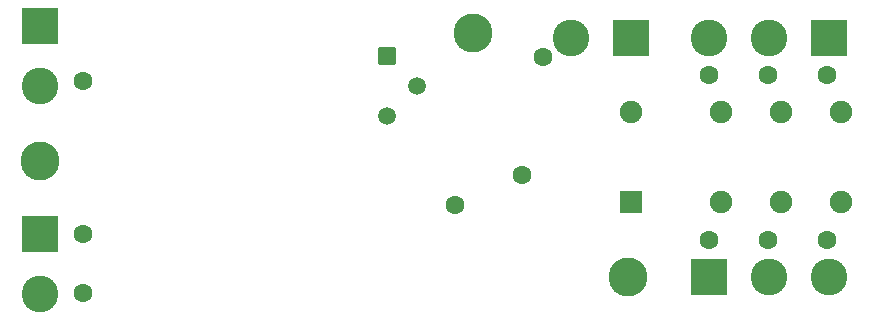
<source format=gbs>
G04 #@! TF.GenerationSoftware,KiCad,Pcbnew,6.0.9-8da3e8f707~116~ubuntu20.04.1*
G04 #@! TF.CreationDate,2023-03-26T14:48:38+00:00*
G04 #@! TF.ProjectId,LEC000042,4c454330-3030-4303-9432-2e6b69636164,rev?*
G04 #@! TF.SameCoordinates,Original*
G04 #@! TF.FileFunction,Soldermask,Bot*
G04 #@! TF.FilePolarity,Negative*
%FSLAX46Y46*%
G04 Gerber Fmt 4.6, Leading zero omitted, Abs format (unit mm)*
G04 Created by KiCad (PCBNEW 6.0.9-8da3e8f707~116~ubuntu20.04.1) date 2023-03-26 14:48:38*
%MOMM*%
%LPD*%
G01*
G04 APERTURE LIST*
G04 Aperture macros list*
%AMRoundRect*
0 Rectangle with rounded corners*
0 $1 Rounding radius*
0 $2 $3 $4 $5 $6 $7 $8 $9 X,Y pos of 4 corners*
0 Add a 4 corners polygon primitive as box body*
4,1,4,$2,$3,$4,$5,$6,$7,$8,$9,$2,$3,0*
0 Add four circle primitives for the rounded corners*
1,1,$1+$1,$2,$3*
1,1,$1+$1,$4,$5*
1,1,$1+$1,$6,$7*
1,1,$1+$1,$8,$9*
0 Add four rect primitives between the rounded corners*
20,1,$1+$1,$2,$3,$4,$5,0*
20,1,$1+$1,$4,$5,$6,$7,0*
20,1,$1+$1,$6,$7,$8,$9,0*
20,1,$1+$1,$8,$9,$2,$3,0*%
G04 Aperture macros list end*
%ADD10RoundRect,0.051000X1.500000X1.500000X-1.500000X1.500000X-1.500000X-1.500000X1.500000X-1.500000X0*%
%ADD11C,3.102000*%
%ADD12RoundRect,0.051000X-1.500000X1.500000X-1.500000X-1.500000X1.500000X-1.500000X1.500000X1.500000X0*%
%ADD13RoundRect,0.051000X-1.500000X-1.500000X1.500000X-1.500000X1.500000X1.500000X-1.500000X1.500000X0*%
%ADD14C,1.902000*%
%ADD15RoundRect,0.051000X0.900000X-0.900000X0.900000X0.900000X-0.900000X0.900000X-0.900000X-0.900000X0*%
%ADD16C,3.302000*%
%ADD17RoundRect,0.051000X-0.700000X0.700000X-0.700000X-0.700000X0.700000X-0.700000X0.700000X0.700000X0*%
%ADD18C,1.502000*%
%ADD19C,1.602000*%
G04 APERTURE END LIST*
D10*
G04 #@! TO.C,J1*
X59400000Y27100000D03*
D11*
X54320000Y27100000D03*
G04 #@! TD*
D12*
G04 #@! TO.C,J2*
X9400000Y28100000D03*
D11*
X9400000Y23020000D03*
G04 #@! TD*
D12*
G04 #@! TO.C,J3*
X9400000Y10500000D03*
D11*
X9400000Y5420000D03*
G04 #@! TD*
D10*
G04 #@! TO.C,J5*
X76200000Y27100000D03*
D11*
X71120000Y27100000D03*
X66040000Y27100000D03*
G04 #@! TD*
D13*
G04 #@! TO.C,J6*
X66000000Y6900000D03*
D11*
X71080000Y6900000D03*
X76160000Y6900000D03*
G04 #@! TD*
D14*
G04 #@! TO.C,K1*
X59400000Y20820000D03*
X67020000Y20820000D03*
X72100000Y20820000D03*
X77180000Y20820000D03*
X77180000Y13200000D03*
X72100000Y13200000D03*
X67020000Y13200000D03*
D15*
X59400000Y13200000D03*
G04 #@! TD*
D16*
G04 #@! TO.C,H1*
X9400000Y16700000D03*
G04 #@! TD*
G04 #@! TO.C,H2*
X59200000Y6900000D03*
G04 #@! TD*
G04 #@! TO.C,H3*
X46000000Y27500000D03*
G04 #@! TD*
D17*
G04 #@! TO.C,RV1*
X38750000Y25540000D03*
D18*
X41290000Y23000000D03*
X38750000Y20460000D03*
G04 #@! TD*
D19*
G04 #@! TO.C,TP4*
X44500000Y13000000D03*
G04 #@! TD*
G04 #@! TO.C,TP6*
X50200000Y15500000D03*
G04 #@! TD*
G04 #@! TO.C,TP7*
X52000000Y25500000D03*
G04 #@! TD*
G04 #@! TO.C,TP8*
X13000000Y23500000D03*
G04 #@! TD*
G04 #@! TO.C,TP9*
X13000000Y5500000D03*
G04 #@! TD*
G04 #@! TO.C,TP10*
X13000000Y10500000D03*
G04 #@! TD*
G04 #@! TO.C,TP1*
X71000000Y24000000D03*
G04 #@! TD*
G04 #@! TO.C,TP2*
X66000000Y24000000D03*
G04 #@! TD*
G04 #@! TO.C,TP3*
X76000000Y24000000D03*
G04 #@! TD*
G04 #@! TO.C,TP5*
X71000000Y10000000D03*
G04 #@! TD*
G04 #@! TO.C,TP11*
X66000000Y10000000D03*
G04 #@! TD*
G04 #@! TO.C,TP12*
X76000000Y10000000D03*
G04 #@! TD*
M02*

</source>
